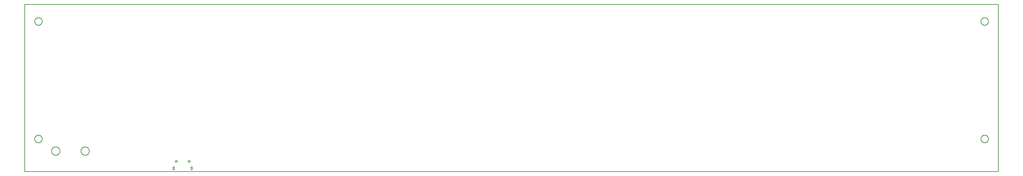
<source format=gbr>
G04 EAGLE Gerber RS-274X export*
G75*
%MOMM*%
%FSLAX34Y34*%
%LPD*%
%IN*%
%IPPOS*%
%AMOC8*
5,1,8,0,0,1.08239X$1,22.5*%
G01*
%ADD10C,0.254000*%


D10*
X0Y0D02*
X3789680Y0D01*
X3789680Y650240D01*
X0Y650240D01*
X0Y0D01*
X647180Y9450D02*
X647190Y9232D01*
X647218Y9016D01*
X647265Y8803D01*
X647331Y8595D01*
X647414Y8393D01*
X647515Y8200D01*
X647632Y8016D01*
X647765Y7843D01*
X647912Y7682D01*
X648073Y7535D01*
X648246Y7402D01*
X648430Y7285D01*
X648623Y7184D01*
X648825Y7101D01*
X649033Y7035D01*
X649246Y6988D01*
X649462Y6960D01*
X649680Y6950D01*
X649898Y6960D01*
X650114Y6988D01*
X650327Y7035D01*
X650535Y7101D01*
X650737Y7184D01*
X650930Y7285D01*
X651114Y7402D01*
X651287Y7535D01*
X651448Y7682D01*
X651595Y7843D01*
X651728Y8016D01*
X651845Y8200D01*
X651946Y8393D01*
X652029Y8595D01*
X652095Y8803D01*
X652142Y9016D01*
X652171Y9232D01*
X652180Y9450D01*
X652180Y15950D01*
X652171Y16168D01*
X652142Y16384D01*
X652095Y16597D01*
X652029Y16805D01*
X651946Y17007D01*
X651845Y17200D01*
X651728Y17384D01*
X651595Y17557D01*
X651448Y17718D01*
X651287Y17865D01*
X651114Y17998D01*
X650930Y18115D01*
X650737Y18216D01*
X650535Y18299D01*
X650327Y18365D01*
X650114Y18412D01*
X649898Y18441D01*
X649680Y18450D01*
X649462Y18441D01*
X649246Y18412D01*
X649033Y18365D01*
X648825Y18299D01*
X648623Y18216D01*
X648430Y18115D01*
X648246Y17998D01*
X648073Y17865D01*
X647912Y17718D01*
X647765Y17557D01*
X647632Y17384D01*
X647515Y17200D01*
X647414Y17007D01*
X647331Y16805D01*
X647265Y16597D01*
X647218Y16384D01*
X647190Y16168D01*
X647180Y15950D01*
X647180Y9450D01*
X577180Y9450D02*
X577190Y9232D01*
X577218Y9016D01*
X577265Y8803D01*
X577331Y8595D01*
X577414Y8393D01*
X577515Y8200D01*
X577632Y8016D01*
X577765Y7843D01*
X577912Y7682D01*
X578073Y7535D01*
X578246Y7402D01*
X578430Y7285D01*
X578623Y7184D01*
X578825Y7101D01*
X579033Y7035D01*
X579246Y6988D01*
X579462Y6960D01*
X579680Y6950D01*
X579898Y6960D01*
X580114Y6988D01*
X580327Y7035D01*
X580535Y7101D01*
X580737Y7184D01*
X580930Y7285D01*
X581114Y7402D01*
X581287Y7535D01*
X581448Y7682D01*
X581595Y7843D01*
X581728Y8016D01*
X581845Y8200D01*
X581946Y8393D01*
X582029Y8595D01*
X582095Y8803D01*
X582142Y9016D01*
X582171Y9232D01*
X582180Y9450D01*
X582180Y15950D01*
X582171Y16168D01*
X582142Y16384D01*
X582095Y16597D01*
X582029Y16805D01*
X581946Y17007D01*
X581845Y17200D01*
X581728Y17384D01*
X581595Y17557D01*
X581448Y17718D01*
X581287Y17865D01*
X581114Y17998D01*
X580930Y18115D01*
X580737Y18216D01*
X580535Y18299D01*
X580327Y18365D01*
X580114Y18412D01*
X579898Y18441D01*
X579680Y18450D01*
X579462Y18441D01*
X579246Y18412D01*
X579033Y18365D01*
X578825Y18299D01*
X578623Y18216D01*
X578430Y18115D01*
X578246Y17998D01*
X578073Y17865D01*
X577912Y17718D01*
X577765Y17557D01*
X577632Y17384D01*
X577515Y17200D01*
X577414Y17007D01*
X577331Y16805D01*
X577265Y16597D01*
X577218Y16384D01*
X577190Y16168D01*
X577180Y15950D01*
X577180Y9450D01*
X588180Y36950D02*
X591180Y36950D01*
X591420Y36960D01*
X591658Y36992D01*
X591892Y37044D01*
X592121Y37116D01*
X592342Y37208D01*
X592555Y37318D01*
X592757Y37447D01*
X592948Y37593D01*
X593125Y37755D01*
X593287Y37932D01*
X593433Y38123D01*
X593562Y38325D01*
X593672Y38538D01*
X593764Y38759D01*
X593836Y38988D01*
X593888Y39222D01*
X593920Y39460D01*
X593930Y39700D01*
X593920Y39940D01*
X593888Y40178D01*
X593836Y40412D01*
X593764Y40641D01*
X593672Y40862D01*
X593562Y41075D01*
X593433Y41277D01*
X593287Y41468D01*
X593125Y41645D01*
X592948Y41807D01*
X592757Y41953D01*
X592555Y42082D01*
X592342Y42192D01*
X592121Y42284D01*
X591892Y42356D01*
X591658Y42408D01*
X591420Y42440D01*
X591180Y42450D01*
X588180Y42450D01*
X587940Y42440D01*
X587702Y42408D01*
X587468Y42356D01*
X587239Y42284D01*
X587018Y42192D01*
X586805Y42082D01*
X586603Y41953D01*
X586412Y41807D01*
X586235Y41645D01*
X586073Y41468D01*
X585927Y41277D01*
X585798Y41075D01*
X585688Y40862D01*
X585596Y40641D01*
X585524Y40412D01*
X585472Y40178D01*
X585440Y39940D01*
X585430Y39700D01*
X585440Y39460D01*
X585472Y39222D01*
X585524Y38988D01*
X585596Y38759D01*
X585688Y38538D01*
X585798Y38325D01*
X585927Y38123D01*
X586073Y37932D01*
X586235Y37755D01*
X586412Y37593D01*
X586603Y37447D01*
X586805Y37318D01*
X587018Y37208D01*
X587239Y37116D01*
X587468Y37044D01*
X587702Y36992D01*
X587940Y36960D01*
X588180Y36950D01*
X638180Y36950D02*
X641180Y36950D01*
X641420Y36960D01*
X641658Y36992D01*
X641892Y37044D01*
X642121Y37116D01*
X642342Y37208D01*
X642555Y37318D01*
X642757Y37447D01*
X642948Y37593D01*
X643125Y37755D01*
X643287Y37932D01*
X643433Y38123D01*
X643562Y38325D01*
X643672Y38538D01*
X643764Y38759D01*
X643836Y38988D01*
X643888Y39222D01*
X643920Y39460D01*
X643930Y39700D01*
X643920Y39940D01*
X643888Y40178D01*
X643836Y40412D01*
X643764Y40641D01*
X643672Y40862D01*
X643562Y41075D01*
X643433Y41277D01*
X643287Y41468D01*
X643125Y41645D01*
X642948Y41807D01*
X642757Y41953D01*
X642555Y42082D01*
X642342Y42192D01*
X642121Y42284D01*
X641892Y42356D01*
X641658Y42408D01*
X641420Y42440D01*
X641180Y42450D01*
X638180Y42450D01*
X637940Y42440D01*
X637702Y42408D01*
X637468Y42356D01*
X637239Y42284D01*
X637018Y42192D01*
X636805Y42082D01*
X636603Y41953D01*
X636412Y41807D01*
X636235Y41645D01*
X636073Y41468D01*
X635927Y41277D01*
X635798Y41075D01*
X635688Y40862D01*
X635596Y40641D01*
X635524Y40412D01*
X635472Y40178D01*
X635440Y39940D01*
X635430Y39700D01*
X635440Y39460D01*
X635472Y39222D01*
X635524Y38988D01*
X635596Y38759D01*
X635688Y38538D01*
X635798Y38325D01*
X635927Y38123D01*
X636073Y37932D01*
X636235Y37755D01*
X636412Y37593D01*
X636603Y37447D01*
X636805Y37318D01*
X637018Y37208D01*
X637239Y37116D01*
X637468Y37044D01*
X637702Y36992D01*
X637940Y36960D01*
X638180Y36950D01*
X68072Y126474D02*
X67997Y125424D01*
X67847Y124383D01*
X67624Y123354D01*
X67327Y122345D01*
X66959Y121359D01*
X66522Y120402D01*
X66018Y119478D01*
X65449Y118593D01*
X64818Y117750D01*
X64129Y116955D01*
X63385Y116211D01*
X62590Y115522D01*
X61747Y114891D01*
X60862Y114322D01*
X59939Y113818D01*
X58981Y113381D01*
X57995Y113013D01*
X56986Y112717D01*
X55957Y112493D01*
X54916Y112343D01*
X53866Y112268D01*
X52814Y112268D01*
X51764Y112343D01*
X50723Y112493D01*
X49694Y112717D01*
X48685Y113013D01*
X47699Y113381D01*
X46742Y113818D01*
X45818Y114322D01*
X44933Y114891D01*
X44090Y115522D01*
X43295Y116211D01*
X42551Y116955D01*
X41862Y117750D01*
X41231Y118593D01*
X40662Y119478D01*
X40158Y120402D01*
X39721Y121359D01*
X39353Y122345D01*
X39057Y123354D01*
X38833Y124383D01*
X38683Y125424D01*
X38608Y126474D01*
X38608Y127526D01*
X38683Y128576D01*
X38833Y129617D01*
X39057Y130646D01*
X39353Y131655D01*
X39721Y132641D01*
X40158Y133599D01*
X40662Y134522D01*
X41231Y135407D01*
X41862Y136250D01*
X42551Y137045D01*
X43295Y137789D01*
X44090Y138478D01*
X44933Y139109D01*
X45818Y139678D01*
X46742Y140182D01*
X47699Y140619D01*
X48685Y140987D01*
X49694Y141284D01*
X50723Y141507D01*
X51764Y141657D01*
X52814Y141732D01*
X53866Y141732D01*
X54916Y141657D01*
X55957Y141507D01*
X56986Y141284D01*
X57995Y140987D01*
X58981Y140619D01*
X59939Y140182D01*
X60862Y139678D01*
X61747Y139109D01*
X62590Y138478D01*
X63385Y137789D01*
X64129Y137045D01*
X64818Y136250D01*
X65449Y135407D01*
X66018Y134522D01*
X66522Y133599D01*
X66959Y132641D01*
X67327Y131655D01*
X67624Y130646D01*
X67847Y129617D01*
X67997Y128576D01*
X68072Y127526D01*
X68072Y126474D01*
X68072Y583674D02*
X67997Y582624D01*
X67847Y581583D01*
X67624Y580554D01*
X67327Y579545D01*
X66959Y578559D01*
X66522Y577602D01*
X66018Y576678D01*
X65449Y575793D01*
X64818Y574950D01*
X64129Y574155D01*
X63385Y573411D01*
X62590Y572722D01*
X61747Y572091D01*
X60862Y571522D01*
X59939Y571018D01*
X58981Y570581D01*
X57995Y570213D01*
X56986Y569917D01*
X55957Y569693D01*
X54916Y569543D01*
X53866Y569468D01*
X52814Y569468D01*
X51764Y569543D01*
X50723Y569693D01*
X49694Y569917D01*
X48685Y570213D01*
X47699Y570581D01*
X46742Y571018D01*
X45818Y571522D01*
X44933Y572091D01*
X44090Y572722D01*
X43295Y573411D01*
X42551Y574155D01*
X41862Y574950D01*
X41231Y575793D01*
X40662Y576678D01*
X40158Y577602D01*
X39721Y578559D01*
X39353Y579545D01*
X39057Y580554D01*
X38833Y581583D01*
X38683Y582624D01*
X38608Y583674D01*
X38608Y584726D01*
X38683Y585776D01*
X38833Y586817D01*
X39057Y587846D01*
X39353Y588855D01*
X39721Y589841D01*
X40158Y590799D01*
X40662Y591722D01*
X41231Y592607D01*
X41862Y593450D01*
X42551Y594245D01*
X43295Y594989D01*
X44090Y595678D01*
X44933Y596309D01*
X45818Y596878D01*
X46742Y597382D01*
X47699Y597819D01*
X48685Y598187D01*
X49694Y598484D01*
X50723Y598707D01*
X51764Y598857D01*
X52814Y598932D01*
X53866Y598932D01*
X54916Y598857D01*
X55957Y598707D01*
X56986Y598484D01*
X57995Y598187D01*
X58981Y597819D01*
X59939Y597382D01*
X60862Y596878D01*
X61747Y596309D01*
X62590Y595678D01*
X63385Y594989D01*
X64129Y594245D01*
X64818Y593450D01*
X65449Y592607D01*
X66018Y591722D01*
X66522Y590799D01*
X66959Y589841D01*
X67327Y588855D01*
X67624Y587846D01*
X67847Y586817D01*
X67997Y585776D01*
X68072Y584726D01*
X68072Y583674D01*
X3751072Y126474D02*
X3750997Y125424D01*
X3750847Y124383D01*
X3750624Y123354D01*
X3750327Y122345D01*
X3749959Y121359D01*
X3749522Y120402D01*
X3749018Y119478D01*
X3748449Y118593D01*
X3747818Y117750D01*
X3747129Y116955D01*
X3746385Y116211D01*
X3745590Y115522D01*
X3744747Y114891D01*
X3743862Y114322D01*
X3742939Y113818D01*
X3741981Y113381D01*
X3740995Y113013D01*
X3739986Y112717D01*
X3738957Y112493D01*
X3737916Y112343D01*
X3736866Y112268D01*
X3735814Y112268D01*
X3734764Y112343D01*
X3733723Y112493D01*
X3732694Y112717D01*
X3731685Y113013D01*
X3730699Y113381D01*
X3729742Y113818D01*
X3728818Y114322D01*
X3727933Y114891D01*
X3727090Y115522D01*
X3726295Y116211D01*
X3725551Y116955D01*
X3724862Y117750D01*
X3724231Y118593D01*
X3723662Y119478D01*
X3723158Y120402D01*
X3722721Y121359D01*
X3722353Y122345D01*
X3722057Y123354D01*
X3721833Y124383D01*
X3721683Y125424D01*
X3721608Y126474D01*
X3721608Y127526D01*
X3721683Y128576D01*
X3721833Y129617D01*
X3722057Y130646D01*
X3722353Y131655D01*
X3722721Y132641D01*
X3723158Y133599D01*
X3723662Y134522D01*
X3724231Y135407D01*
X3724862Y136250D01*
X3725551Y137045D01*
X3726295Y137789D01*
X3727090Y138478D01*
X3727933Y139109D01*
X3728818Y139678D01*
X3729742Y140182D01*
X3730699Y140619D01*
X3731685Y140987D01*
X3732694Y141284D01*
X3733723Y141507D01*
X3734764Y141657D01*
X3735814Y141732D01*
X3736866Y141732D01*
X3737916Y141657D01*
X3738957Y141507D01*
X3739986Y141284D01*
X3740995Y140987D01*
X3741981Y140619D01*
X3742939Y140182D01*
X3743862Y139678D01*
X3744747Y139109D01*
X3745590Y138478D01*
X3746385Y137789D01*
X3747129Y137045D01*
X3747818Y136250D01*
X3748449Y135407D01*
X3749018Y134522D01*
X3749522Y133599D01*
X3749959Y132641D01*
X3750327Y131655D01*
X3750624Y130646D01*
X3750847Y129617D01*
X3750997Y128576D01*
X3751072Y127526D01*
X3751072Y126474D01*
X3751072Y583674D02*
X3750997Y582624D01*
X3750847Y581583D01*
X3750624Y580554D01*
X3750327Y579545D01*
X3749959Y578559D01*
X3749522Y577602D01*
X3749018Y576678D01*
X3748449Y575793D01*
X3747818Y574950D01*
X3747129Y574155D01*
X3746385Y573411D01*
X3745590Y572722D01*
X3744747Y572091D01*
X3743862Y571522D01*
X3742939Y571018D01*
X3741981Y570581D01*
X3740995Y570213D01*
X3739986Y569917D01*
X3738957Y569693D01*
X3737916Y569543D01*
X3736866Y569468D01*
X3735814Y569468D01*
X3734764Y569543D01*
X3733723Y569693D01*
X3732694Y569917D01*
X3731685Y570213D01*
X3730699Y570581D01*
X3729742Y571018D01*
X3728818Y571522D01*
X3727933Y572091D01*
X3727090Y572722D01*
X3726295Y573411D01*
X3725551Y574155D01*
X3724862Y574950D01*
X3724231Y575793D01*
X3723662Y576678D01*
X3723158Y577602D01*
X3722721Y578559D01*
X3722353Y579545D01*
X3722057Y580554D01*
X3721833Y581583D01*
X3721683Y582624D01*
X3721608Y583674D01*
X3721608Y584726D01*
X3721683Y585776D01*
X3721833Y586817D01*
X3722057Y587846D01*
X3722353Y588855D01*
X3722721Y589841D01*
X3723158Y590799D01*
X3723662Y591722D01*
X3724231Y592607D01*
X3724862Y593450D01*
X3725551Y594245D01*
X3726295Y594989D01*
X3727090Y595678D01*
X3727933Y596309D01*
X3728818Y596878D01*
X3729742Y597382D01*
X3730699Y597819D01*
X3731685Y598187D01*
X3732694Y598484D01*
X3733723Y598707D01*
X3734764Y598857D01*
X3735814Y598932D01*
X3736866Y598932D01*
X3737916Y598857D01*
X3738957Y598707D01*
X3739986Y598484D01*
X3740995Y598187D01*
X3741981Y597819D01*
X3742939Y597382D01*
X3743862Y596878D01*
X3744747Y596309D01*
X3745590Y595678D01*
X3746385Y594989D01*
X3747129Y594245D01*
X3747818Y593450D01*
X3748449Y592607D01*
X3749018Y591722D01*
X3749522Y590799D01*
X3749959Y589841D01*
X3750327Y588855D01*
X3750624Y587846D01*
X3750847Y586817D01*
X3750997Y585776D01*
X3751072Y584726D01*
X3751072Y583674D01*
X136900Y79208D02*
X136830Y78146D01*
X136692Y77092D01*
X136484Y76048D01*
X136209Y75020D01*
X135867Y74013D01*
X135459Y73030D01*
X134989Y72076D01*
X134457Y71154D01*
X133866Y70270D01*
X133218Y69426D01*
X132517Y68626D01*
X131764Y67873D01*
X130964Y67172D01*
X130120Y66524D01*
X129236Y65933D01*
X128314Y65401D01*
X127360Y64931D01*
X126377Y64523D01*
X125370Y64181D01*
X124342Y63906D01*
X123298Y63698D01*
X122244Y63560D01*
X121182Y63490D01*
X120118Y63490D01*
X119056Y63560D01*
X118002Y63698D01*
X116958Y63906D01*
X115930Y64181D01*
X114923Y64523D01*
X113940Y64931D01*
X112986Y65401D01*
X112064Y65933D01*
X111180Y66524D01*
X110336Y67172D01*
X109536Y67873D01*
X108783Y68626D01*
X108082Y69426D01*
X107434Y70270D01*
X106843Y71154D01*
X106311Y72076D01*
X105841Y73030D01*
X105433Y74013D01*
X105091Y75020D01*
X104816Y76048D01*
X104608Y77092D01*
X104470Y78146D01*
X104400Y79208D01*
X104400Y80272D01*
X104470Y81334D01*
X104608Y82388D01*
X104816Y83432D01*
X105091Y84460D01*
X105433Y85467D01*
X105841Y86450D01*
X106311Y87404D01*
X106843Y88326D01*
X107434Y89210D01*
X108082Y90054D01*
X108783Y90854D01*
X109536Y91607D01*
X110336Y92308D01*
X111180Y92956D01*
X112064Y93547D01*
X112986Y94079D01*
X113940Y94549D01*
X114923Y94957D01*
X115930Y95299D01*
X116958Y95574D01*
X118002Y95782D01*
X119056Y95920D01*
X120118Y95990D01*
X121182Y95990D01*
X122244Y95920D01*
X123298Y95782D01*
X124342Y95574D01*
X125370Y95299D01*
X126377Y94957D01*
X127360Y94549D01*
X128314Y94079D01*
X129236Y93547D01*
X130120Y92956D01*
X130964Y92308D01*
X131764Y91607D01*
X132517Y90854D01*
X133218Y90054D01*
X133866Y89210D01*
X134457Y88326D01*
X134989Y87404D01*
X135459Y86450D01*
X135867Y85467D01*
X136209Y84460D01*
X136484Y83432D01*
X136692Y82388D01*
X136830Y81334D01*
X136900Y80272D01*
X136900Y79208D01*
X251200Y79208D02*
X251130Y78146D01*
X250992Y77092D01*
X250784Y76048D01*
X250509Y75020D01*
X250167Y74013D01*
X249759Y73030D01*
X249289Y72076D01*
X248757Y71154D01*
X248166Y70270D01*
X247518Y69426D01*
X246817Y68626D01*
X246064Y67873D01*
X245264Y67172D01*
X244420Y66524D01*
X243536Y65933D01*
X242614Y65401D01*
X241660Y64931D01*
X240677Y64523D01*
X239670Y64181D01*
X238642Y63906D01*
X237598Y63698D01*
X236544Y63560D01*
X235482Y63490D01*
X234418Y63490D01*
X233356Y63560D01*
X232302Y63698D01*
X231258Y63906D01*
X230230Y64181D01*
X229223Y64523D01*
X228240Y64931D01*
X227286Y65401D01*
X226364Y65933D01*
X225480Y66524D01*
X224636Y67172D01*
X223836Y67873D01*
X223083Y68626D01*
X222382Y69426D01*
X221734Y70270D01*
X221143Y71154D01*
X220611Y72076D01*
X220141Y73030D01*
X219733Y74013D01*
X219391Y75020D01*
X219116Y76048D01*
X218908Y77092D01*
X218770Y78146D01*
X218700Y79208D01*
X218700Y80272D01*
X218770Y81334D01*
X218908Y82388D01*
X219116Y83432D01*
X219391Y84460D01*
X219733Y85467D01*
X220141Y86450D01*
X220611Y87404D01*
X221143Y88326D01*
X221734Y89210D01*
X222382Y90054D01*
X223083Y90854D01*
X223836Y91607D01*
X224636Y92308D01*
X225480Y92956D01*
X226364Y93547D01*
X227286Y94079D01*
X228240Y94549D01*
X229223Y94957D01*
X230230Y95299D01*
X231258Y95574D01*
X232302Y95782D01*
X233356Y95920D01*
X234418Y95990D01*
X235482Y95990D01*
X236544Y95920D01*
X237598Y95782D01*
X238642Y95574D01*
X239670Y95299D01*
X240677Y94957D01*
X241660Y94549D01*
X242614Y94079D01*
X243536Y93547D01*
X244420Y92956D01*
X245264Y92308D01*
X246064Y91607D01*
X246817Y90854D01*
X247518Y90054D01*
X248166Y89210D01*
X248757Y88326D01*
X249289Y87404D01*
X249759Y86450D01*
X250167Y85467D01*
X250509Y84460D01*
X250784Y83432D01*
X250992Y82388D01*
X251130Y81334D01*
X251200Y80272D01*
X251200Y79208D01*
M02*

</source>
